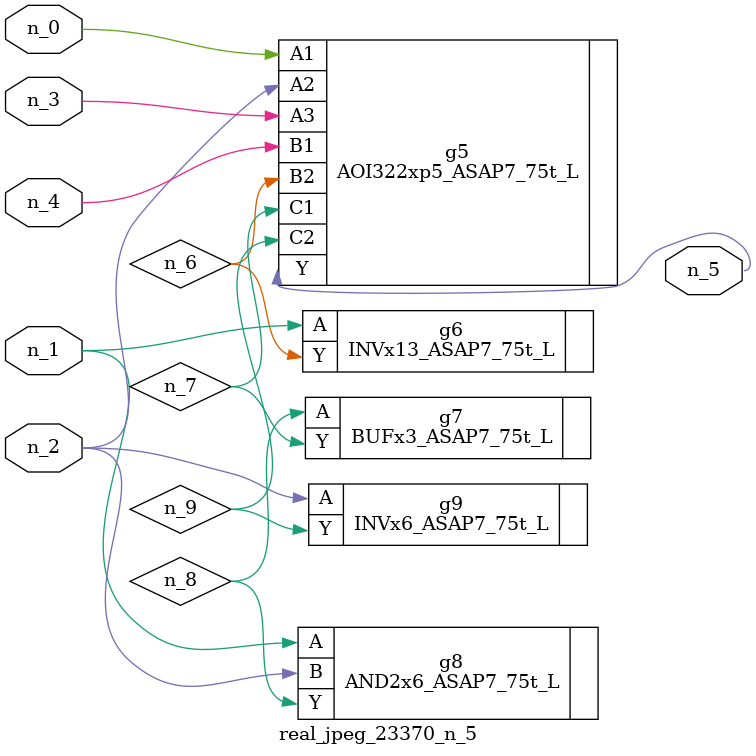
<source format=v>
module real_jpeg_23370_n_5 (n_4, n_0, n_1, n_2, n_3, n_5);

input n_4;
input n_0;
input n_1;
input n_2;
input n_3;

output n_5;

wire n_8;
wire n_6;
wire n_7;
wire n_9;

AOI322xp5_ASAP7_75t_L g5 ( 
.A1(n_0),
.A2(n_2),
.A3(n_3),
.B1(n_4),
.B2(n_6),
.C1(n_7),
.C2(n_9),
.Y(n_5)
);

INVx13_ASAP7_75t_L g6 ( 
.A(n_1),
.Y(n_6)
);

AND2x6_ASAP7_75t_L g8 ( 
.A(n_1),
.B(n_2),
.Y(n_8)
);

INVx6_ASAP7_75t_L g9 ( 
.A(n_2),
.Y(n_9)
);

BUFx3_ASAP7_75t_L g7 ( 
.A(n_8),
.Y(n_7)
);


endmodule
</source>
